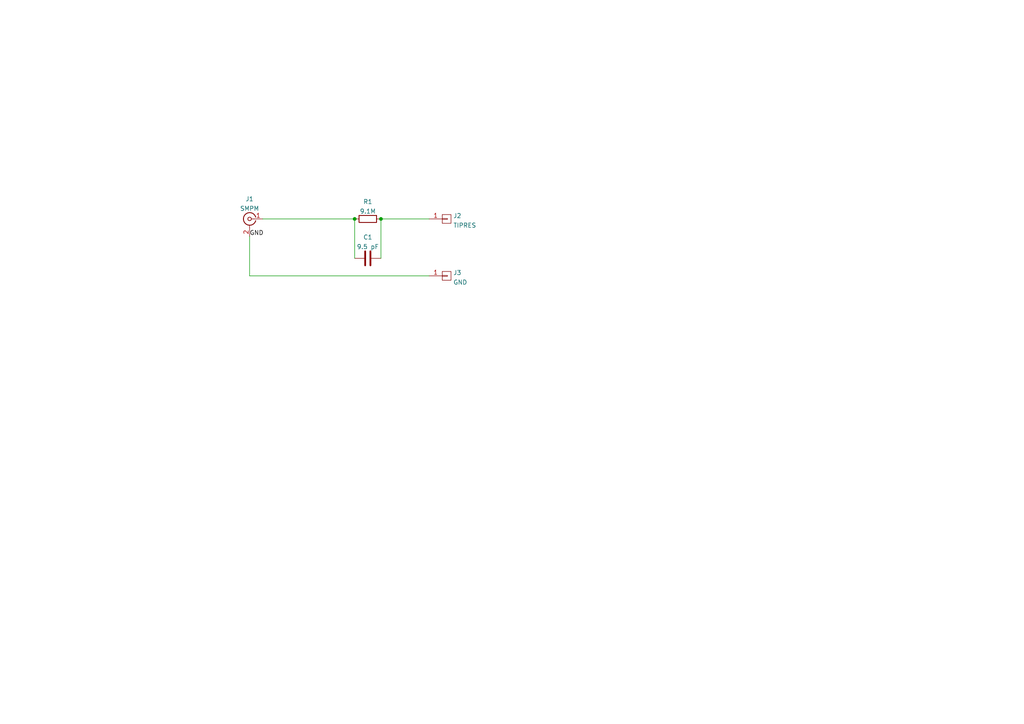
<source format=kicad_sch>
(kicad_sch (version 20211123) (generator eeschema)
  (paper "A4")
  (title_block (title "AKL-PR1 Passive R-C Divider Probe") (date "2022-07-05") (rev "0.1") (company "Antikernel Labs") (comment 1 "Andrew D. Zonenberg") (comment 2 "Probe Head"))
  (lib_symbols
    (symbol "conn:CONN_01X01" (pin_names (offset 1.016) hide)
      (property "Reference" "J" (at 0 2.54 0))
      (property "Value" "CONN_01X01" (at 2.54 0 90))
      (symbol "CONN_01X01_0_1"
        (rectangle (start -1.27 0.127) (end 0.254 -0.127))
        (rectangle (start -1.27 1.27) (end 1.27 -1.27))
      )
      (symbol "CONN_01X01_1_1"
        (pin passive line (at -5.08 0 0) (length 3.81) (name "P1") (number "1"))
      )
    )
    (symbol "conn:CONN_COAXIAL" (pin_names (offset 1.016) hide)
      (property "Reference" "J" (at 0.254 3.048 0))
      (property "Value" "CONN_COAXIAL" (at 2.921 0 90))
      (symbol "CONN_COAXIAL_0_1"
        (arc (start -1.778 -0.508) (mid 0.222 -1.808) (end 1.778 0) (stroke (width 0.254)))
        (polyline (pts (xy -1.27 0) (xy -0.508 0)))
        (polyline (pts (xy 0 -2.54) (xy 0 -1.778)))
        (circle (center 0 0) (radius 0.508) (stroke (width 0.2032)))
        (arc (start 1.778 0) (mid 0.222 1.8083) (end -1.778 0.508) (stroke (width 0.254)))
      )
      (symbol "CONN_COAXIAL_1_1"
        (pin passive line (at -3.81 0 0) (length 2.54) (name "In") (number "1"))
        (pin passive line (at 0 -5.08 90) (length 2.54) (name "Ext") (number "2"))
      )
    )
    (symbol "device:C" (pin_numbers hide) (pin_names (offset 0.254))
      (property "Reference" "C" (at 0.635 2.54 0))
      (property "Value" "C" (at 0.635 -2.54 0))
      (symbol "C_0_1"
        (polyline (pts (xy -2.032 -0.762) (xy 2.032 -0.762)) (stroke (width 0.508)))
        (polyline (pts (xy -2.032 0.762) (xy 2.032 0.762)) (stroke (width 0.508)))
      )
      (symbol "C_1_1"
        (pin passive line (at 0 3.81 270) (length 2.794) (name "~") (number "1"))
        (pin passive line (at 0 -3.81 90) (length 2.794) (name "~") (number "2"))
      )
    )
    (symbol "device:R" (pin_numbers hide) (pin_names (offset 0))
      (property "Reference" "R" (at 2.032 0 90))
      (property "Value" "R" (at 0 0 90))
      (symbol "R_0_1"
        (rectangle (start -1.016 -2.54) (end 1.016 2.54) (stroke (width 0.254)))
      )
      (symbol "R_1_1"
        (pin passive line (at 0 3.81 270) (length 1.27) (name "~") (number "1"))
        (pin passive line (at 0 -3.81 90) (length 1.27) (name "~") (number "2"))
      )
    )
  )
  (junction (at 102.87 63.5))
  (junction (at 110.49 63.5))
  (wire (pts (xy 102.87 63.5) (xy 76.2 63.5)))
  (wire (pts (xy 110.49 74.93) (xy 110.49 63.5)))
  (wire (pts (xy 110.49 63.5) (xy 124.46 63.5)))
  (wire (pts (xy 72.39 80.01) (xy 72.39 68.58)))
  (wire (pts (xy 124.46 80.01) (xy 72.39 80.01)))
  (wire (pts (xy 102.87 74.93) (xy 102.87 63.5)))
  (label "GND" (at 72.39 68.58 0))
  (symbol (lib_id "device:C") (at 106.68 74.93 90) (unit 1)
    (property "Reference" "C1" (at 106.68 68.8045 90))
    (property "Value" "9.5 pF" (at 106.68 71.5796 90))
    (property "Footprint" "azonenberg_pcb:EIA_0402_CAP_NOSILK" (effects hide))
  )
  (symbol (lib_id "conn:CONN_COAXIAL") (at 72.39 63.5 0) (mirror y) (unit 1)
    (property "Reference" "J1" (at 72.3899 57.7069 0))
    (property "Value" "SMPM" (at 72.3899 60.482 0))
    (property "Footprint" "azonenberg_pcb:CONN_SMPM_AMPHENOL_925-169J-51PT" (effects hide))
  )
  (symbol (lib_id "conn:CONN_01X01") (at 129.54 80.01 0) (unit 1)
    (property "Reference" "J3" (at 131.445 79.1015 0) (effects (justify left)))
    (property "Value" "GND" (at 131.445 81.8766 0) (effects (justify left)))
    (property "Footprint" "azonenberg_pcb:TESTPOINT_BARETRACE_328UM" (effects hide))
  )
  (symbol (lib_id "conn:CONN_01X01") (at 129.54 63.5 0) (unit 1)
    (property "Reference" "J2" (at 131.445 62.5915 0) (effects (justify left)))
    (property "Value" "TIPRES" (at 131.445 65.3666 0) (effects (justify left)))
    (property "Footprint" "azonenberg_pcb:TESTPOINT_BARETRACE_328UM" (effects hide))
  )
  (symbol (lib_id "device:R") (at 106.68 63.5 90) (unit 1)
    (property "Reference" "R1" (at 106.68 58.5175 90))
    (property "Value" "9.1M" (at 106.68 61.2926 90))
    (property "Footprint" "azonenberg_pcb:EIA_0402_CAP_NOSILK" (effects hide))
  )
)
</source>
